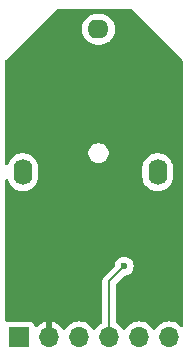
<source format=gbr>
%TF.GenerationSoftware,KiCad,Pcbnew,8.0.4*%
%TF.CreationDate,2024-08-04T00:04:10+10:00*%
%TF.ProjectId,EVQWKL001-breadboard,45565157-4b4c-4303-9031-2d6272656164,rev?*%
%TF.SameCoordinates,Original*%
%TF.FileFunction,Copper,L2,Bot*%
%TF.FilePolarity,Positive*%
%FSLAX46Y46*%
G04 Gerber Fmt 4.6, Leading zero omitted, Abs format (unit mm)*
G04 Created by KiCad (PCBNEW 8.0.4) date 2024-08-04 00:04:10*
%MOMM*%
%LPD*%
G01*
G04 APERTURE LIST*
%TA.AperFunction,ComponentPad*%
%ADD10O,1.600000X2.200000*%
%TD*%
%TA.AperFunction,ComponentPad*%
%ADD11O,1.800000X1.600000*%
%TD*%
%TA.AperFunction,ComponentPad*%
%ADD12R,1.700000X1.700000*%
%TD*%
%TA.AperFunction,ComponentPad*%
%ADD13O,1.700000X1.700000*%
%TD*%
%TA.AperFunction,ViaPad*%
%ADD14C,0.600000*%
%TD*%
%TA.AperFunction,Conductor*%
%ADD15C,0.130000*%
%TD*%
G04 APERTURE END LIST*
D10*
%TO.P,ENC1,GND*%
%TO.N,N/C*%
X80335000Y-55220000D03*
D11*
X86735000Y-43120000D03*
D10*
X91735000Y-55220000D03*
%TD*%
D12*
%TO.P,J1,1,Pin_1*%
%TO.N,+3.3V*%
X80010000Y-69215000D03*
D13*
%TO.P,J1,2,Pin_2*%
%TO.N,GND*%
X82550000Y-69215000D03*
%TO.P,J1,3,Pin_3*%
%TO.N,ENC_A*%
X85090000Y-69215000D03*
%TO.P,J1,4,Pin_4*%
%TO.N,ENC_B*%
X87630000Y-69215000D03*
%TO.P,J1,5,Pin_5*%
%TO.N,SW1*%
X90170000Y-69215000D03*
%TO.P,J1,6,Pin_6*%
%TO.N,SW2*%
X92710000Y-69215000D03*
%TD*%
D14*
%TO.N,ENC_B*%
X88900000Y-63180000D03*
%TD*%
D15*
%TO.N,ENC_B*%
X87630000Y-64450000D02*
X88900000Y-63180000D01*
X87630000Y-69215000D02*
X87630000Y-64450000D01*
%TD*%
%TA.AperFunction,Conductor*%
%TO.N,GND*%
G36*
X89509049Y-41395185D02*
G01*
X89529691Y-41411819D01*
X93843181Y-45725309D01*
X93876666Y-45786632D01*
X93879500Y-45812990D01*
X93879500Y-68175241D01*
X93859815Y-68242280D01*
X93807011Y-68288035D01*
X93737853Y-68297979D01*
X93674297Y-68268954D01*
X93667819Y-68262923D01*
X93647176Y-68242280D01*
X93581401Y-68176505D01*
X93581397Y-68176502D01*
X93581396Y-68176501D01*
X93387834Y-68040967D01*
X93387830Y-68040965D01*
X93347091Y-68021968D01*
X93173663Y-67941097D01*
X93173659Y-67941096D01*
X93173655Y-67941094D01*
X92945413Y-67879938D01*
X92945403Y-67879936D01*
X92710001Y-67859341D01*
X92709999Y-67859341D01*
X92474596Y-67879936D01*
X92474586Y-67879938D01*
X92246344Y-67941094D01*
X92246335Y-67941098D01*
X92032171Y-68040964D01*
X92032169Y-68040965D01*
X91838597Y-68176505D01*
X91671505Y-68343597D01*
X91541575Y-68529158D01*
X91486998Y-68572783D01*
X91417500Y-68579977D01*
X91355145Y-68548454D01*
X91338425Y-68529158D01*
X91208494Y-68343597D01*
X91041402Y-68176506D01*
X91041395Y-68176501D01*
X90847834Y-68040967D01*
X90847830Y-68040965D01*
X90807091Y-68021968D01*
X90633663Y-67941097D01*
X90633659Y-67941096D01*
X90633655Y-67941094D01*
X90405413Y-67879938D01*
X90405403Y-67879936D01*
X90170001Y-67859341D01*
X90169999Y-67859341D01*
X89934596Y-67879936D01*
X89934586Y-67879938D01*
X89706344Y-67941094D01*
X89706335Y-67941098D01*
X89492171Y-68040964D01*
X89492169Y-68040965D01*
X89298597Y-68176505D01*
X89131505Y-68343597D01*
X89001575Y-68529158D01*
X88946998Y-68572783D01*
X88877500Y-68579977D01*
X88815145Y-68548454D01*
X88798425Y-68529158D01*
X88668494Y-68343597D01*
X88501402Y-68176506D01*
X88501395Y-68176501D01*
X88307831Y-68040965D01*
X88307824Y-68040961D01*
X88267094Y-68021968D01*
X88214655Y-67975795D01*
X88195500Y-67909587D01*
X88195500Y-64735599D01*
X88215185Y-64668560D01*
X88231815Y-64647922D01*
X88862752Y-64016984D01*
X88924073Y-63983501D01*
X88936546Y-63981447D01*
X88961211Y-63978668D01*
X89079249Y-63965369D01*
X89079252Y-63965368D01*
X89079255Y-63965368D01*
X89249522Y-63905789D01*
X89402262Y-63809816D01*
X89529816Y-63682262D01*
X89625789Y-63529522D01*
X89685368Y-63359255D01*
X89685369Y-63359249D01*
X89705565Y-63180003D01*
X89705565Y-63179996D01*
X89685369Y-63000750D01*
X89685368Y-63000745D01*
X89625788Y-62830476D01*
X89529815Y-62677737D01*
X89402262Y-62550184D01*
X89249523Y-62454211D01*
X89079254Y-62394631D01*
X89079249Y-62394630D01*
X88900004Y-62374435D01*
X88899996Y-62374435D01*
X88720750Y-62394630D01*
X88720745Y-62394631D01*
X88550476Y-62454211D01*
X88397737Y-62550184D01*
X88270184Y-62677737D01*
X88174211Y-62830476D01*
X88114631Y-63000745D01*
X88114630Y-63000749D01*
X88098552Y-63143450D01*
X88071485Y-63207864D01*
X88063013Y-63217247D01*
X87282775Y-63997487D01*
X87177488Y-64102773D01*
X87177484Y-64102778D01*
X87103039Y-64231722D01*
X87103038Y-64231723D01*
X87083769Y-64303637D01*
X87064500Y-64375550D01*
X87064500Y-64375552D01*
X87064500Y-67909587D01*
X87044815Y-67976626D01*
X86992907Y-68021968D01*
X86952173Y-68040963D01*
X86952169Y-68040965D01*
X86758597Y-68176505D01*
X86591505Y-68343597D01*
X86461575Y-68529158D01*
X86406998Y-68572783D01*
X86337500Y-68579977D01*
X86275145Y-68548454D01*
X86258425Y-68529158D01*
X86128494Y-68343597D01*
X85961402Y-68176506D01*
X85961395Y-68176501D01*
X85767834Y-68040967D01*
X85767830Y-68040965D01*
X85727091Y-68021968D01*
X85553663Y-67941097D01*
X85553659Y-67941096D01*
X85553655Y-67941094D01*
X85325413Y-67879938D01*
X85325403Y-67879936D01*
X85090001Y-67859341D01*
X85089999Y-67859341D01*
X84854596Y-67879936D01*
X84854586Y-67879938D01*
X84626344Y-67941094D01*
X84626335Y-67941098D01*
X84412171Y-68040964D01*
X84412169Y-68040965D01*
X84218597Y-68176505D01*
X84051508Y-68343594D01*
X83921269Y-68529595D01*
X83866692Y-68573219D01*
X83797193Y-68580412D01*
X83734839Y-68548890D01*
X83718119Y-68529594D01*
X83588113Y-68343926D01*
X83588108Y-68343920D01*
X83421082Y-68176894D01*
X83227578Y-68041399D01*
X83013492Y-67941570D01*
X83013486Y-67941567D01*
X82800000Y-67884364D01*
X82800000Y-68781988D01*
X82742993Y-68749075D01*
X82615826Y-68715000D01*
X82484174Y-68715000D01*
X82357007Y-68749075D01*
X82300000Y-68781988D01*
X82300000Y-67884364D01*
X82299999Y-67884364D01*
X82086513Y-67941567D01*
X82086507Y-67941570D01*
X81872422Y-68041399D01*
X81872420Y-68041400D01*
X81678926Y-68176886D01*
X81556865Y-68298947D01*
X81495542Y-68332431D01*
X81425850Y-68327447D01*
X81369917Y-68285575D01*
X81353002Y-68254598D01*
X81303797Y-68122671D01*
X81303793Y-68122664D01*
X81217547Y-68007455D01*
X81217544Y-68007452D01*
X81102335Y-67921206D01*
X81102328Y-67921202D01*
X80967482Y-67870908D01*
X80967483Y-67870908D01*
X80907883Y-67864501D01*
X80907881Y-67864500D01*
X80907873Y-67864500D01*
X80907864Y-67864500D01*
X79112129Y-67864500D01*
X79112123Y-67864501D01*
X79052517Y-67870908D01*
X79007831Y-67887575D01*
X78938140Y-67892558D01*
X78876817Y-67859072D01*
X78843333Y-67797748D01*
X78840500Y-67771392D01*
X78840500Y-55911812D01*
X78860185Y-55844773D01*
X78912989Y-55799018D01*
X78982147Y-55789074D01*
X79045703Y-55818099D01*
X79082431Y-55873494D01*
X79129781Y-56019221D01*
X79222715Y-56201613D01*
X79343028Y-56367213D01*
X79487786Y-56511971D01*
X79642749Y-56624556D01*
X79653390Y-56632287D01*
X79769607Y-56691503D01*
X79835776Y-56725218D01*
X79835778Y-56725218D01*
X79835781Y-56725220D01*
X79940137Y-56759127D01*
X80030465Y-56788477D01*
X80131557Y-56804488D01*
X80232648Y-56820500D01*
X80232649Y-56820500D01*
X80437351Y-56820500D01*
X80437352Y-56820500D01*
X80639534Y-56788477D01*
X80834219Y-56725220D01*
X81016610Y-56632287D01*
X81109590Y-56564732D01*
X81182213Y-56511971D01*
X81182215Y-56511968D01*
X81182219Y-56511966D01*
X81326966Y-56367219D01*
X81326968Y-56367215D01*
X81326971Y-56367213D01*
X81379732Y-56294590D01*
X81447287Y-56201610D01*
X81540220Y-56019219D01*
X81603477Y-55824534D01*
X81635500Y-55622352D01*
X81635500Y-54817648D01*
X90434500Y-54817648D01*
X90434500Y-55622351D01*
X90466522Y-55824534D01*
X90529781Y-56019223D01*
X90622715Y-56201613D01*
X90743028Y-56367213D01*
X90887786Y-56511971D01*
X91042749Y-56624556D01*
X91053390Y-56632287D01*
X91169607Y-56691503D01*
X91235776Y-56725218D01*
X91235778Y-56725218D01*
X91235781Y-56725220D01*
X91340137Y-56759127D01*
X91430465Y-56788477D01*
X91531557Y-56804488D01*
X91632648Y-56820500D01*
X91632649Y-56820500D01*
X91837351Y-56820500D01*
X91837352Y-56820500D01*
X92039534Y-56788477D01*
X92234219Y-56725220D01*
X92416610Y-56632287D01*
X92509590Y-56564732D01*
X92582213Y-56511971D01*
X92582215Y-56511968D01*
X92582219Y-56511966D01*
X92726966Y-56367219D01*
X92726968Y-56367215D01*
X92726971Y-56367213D01*
X92779732Y-56294590D01*
X92847287Y-56201610D01*
X92940220Y-56019219D01*
X93003477Y-55824534D01*
X93035500Y-55622352D01*
X93035500Y-54817648D01*
X93003477Y-54615466D01*
X92940220Y-54420781D01*
X92940218Y-54420778D01*
X92940218Y-54420776D01*
X92906503Y-54354607D01*
X92847287Y-54238390D01*
X92839556Y-54227749D01*
X92726971Y-54072786D01*
X92582213Y-53928028D01*
X92416613Y-53807715D01*
X92416612Y-53807714D01*
X92416610Y-53807713D01*
X92359653Y-53778691D01*
X92234223Y-53714781D01*
X92039534Y-53651522D01*
X91864995Y-53623878D01*
X91837352Y-53619500D01*
X91632648Y-53619500D01*
X91608329Y-53623351D01*
X91430465Y-53651522D01*
X91235776Y-53714781D01*
X91053386Y-53807715D01*
X90887786Y-53928028D01*
X90743028Y-54072786D01*
X90622715Y-54238386D01*
X90529781Y-54420776D01*
X90466522Y-54615465D01*
X90434500Y-54817648D01*
X81635500Y-54817648D01*
X81603477Y-54615466D01*
X81540220Y-54420781D01*
X81540218Y-54420778D01*
X81540218Y-54420776D01*
X81506503Y-54354607D01*
X81447287Y-54238390D01*
X81439556Y-54227749D01*
X81326971Y-54072786D01*
X81182213Y-53928028D01*
X81016613Y-53807715D01*
X81016612Y-53807714D01*
X81016610Y-53807713D01*
X80959653Y-53778691D01*
X80834223Y-53714781D01*
X80639534Y-53651522D01*
X80464995Y-53623878D01*
X80437352Y-53619500D01*
X80232648Y-53619500D01*
X80208329Y-53623351D01*
X80030465Y-53651522D01*
X79835776Y-53714781D01*
X79653386Y-53807715D01*
X79487786Y-53928028D01*
X79343028Y-54072786D01*
X79222715Y-54238386D01*
X79129781Y-54420776D01*
X79082431Y-54566506D01*
X79042993Y-54624181D01*
X78978634Y-54651379D01*
X78909788Y-54639464D01*
X78858312Y-54592220D01*
X78840500Y-54528187D01*
X78840500Y-53535834D01*
X85880500Y-53535834D01*
X85880500Y-53704165D01*
X85913336Y-53869241D01*
X85913338Y-53869249D01*
X85977750Y-54024755D01*
X85977755Y-54024764D01*
X86071265Y-54164711D01*
X86071268Y-54164715D01*
X86190284Y-54283731D01*
X86190288Y-54283734D01*
X86330235Y-54377244D01*
X86330241Y-54377247D01*
X86330242Y-54377248D01*
X86485751Y-54441662D01*
X86650834Y-54474499D01*
X86650838Y-54474500D01*
X86650839Y-54474500D01*
X86819162Y-54474500D01*
X86819163Y-54474499D01*
X86984249Y-54441662D01*
X87139758Y-54377248D01*
X87279712Y-54283734D01*
X87398734Y-54164712D01*
X87492248Y-54024758D01*
X87556662Y-53869249D01*
X87589500Y-53704161D01*
X87589500Y-53535839D01*
X87556662Y-53370751D01*
X87492248Y-53215242D01*
X87492247Y-53215241D01*
X87492244Y-53215235D01*
X87398734Y-53075288D01*
X87398731Y-53075284D01*
X87279715Y-52956268D01*
X87279711Y-52956265D01*
X87139764Y-52862755D01*
X87139755Y-52862750D01*
X86984249Y-52798338D01*
X86984241Y-52798336D01*
X86819165Y-52765500D01*
X86819161Y-52765500D01*
X86650839Y-52765500D01*
X86650834Y-52765500D01*
X86485758Y-52798336D01*
X86485750Y-52798338D01*
X86330244Y-52862750D01*
X86330235Y-52862755D01*
X86190288Y-52956265D01*
X86190284Y-52956268D01*
X86071268Y-53075284D01*
X86071265Y-53075288D01*
X85977755Y-53215235D01*
X85977750Y-53215244D01*
X85913338Y-53370750D01*
X85913336Y-53370758D01*
X85880500Y-53535834D01*
X78840500Y-53535834D01*
X78840500Y-45812990D01*
X78860185Y-45745951D01*
X78876819Y-45725309D01*
X81584481Y-43017648D01*
X85334500Y-43017648D01*
X85334500Y-43222351D01*
X85366522Y-43424534D01*
X85429781Y-43619223D01*
X85522715Y-43801613D01*
X85643028Y-43967213D01*
X85787786Y-44111971D01*
X85942749Y-44224556D01*
X85953390Y-44232287D01*
X86069607Y-44291503D01*
X86135776Y-44325218D01*
X86135778Y-44325218D01*
X86135781Y-44325220D01*
X86240137Y-44359127D01*
X86330465Y-44388477D01*
X86431557Y-44404488D01*
X86532648Y-44420500D01*
X86532649Y-44420500D01*
X86937351Y-44420500D01*
X86937352Y-44420500D01*
X87139534Y-44388477D01*
X87334219Y-44325220D01*
X87516610Y-44232287D01*
X87609590Y-44164732D01*
X87682213Y-44111971D01*
X87682215Y-44111968D01*
X87682219Y-44111966D01*
X87826966Y-43967219D01*
X87826968Y-43967215D01*
X87826971Y-43967213D01*
X87879732Y-43894590D01*
X87947287Y-43801610D01*
X88040220Y-43619219D01*
X88103477Y-43424534D01*
X88135500Y-43222352D01*
X88135500Y-43017648D01*
X88103477Y-42815466D01*
X88040220Y-42620781D01*
X88040218Y-42620778D01*
X88040218Y-42620776D01*
X88006503Y-42554607D01*
X87947287Y-42438390D01*
X87939556Y-42427749D01*
X87826971Y-42272786D01*
X87682213Y-42128028D01*
X87516613Y-42007715D01*
X87516612Y-42007714D01*
X87516610Y-42007713D01*
X87459653Y-41978691D01*
X87334223Y-41914781D01*
X87139534Y-41851522D01*
X86964995Y-41823878D01*
X86937352Y-41819500D01*
X86532648Y-41819500D01*
X86508329Y-41823351D01*
X86330465Y-41851522D01*
X86135776Y-41914781D01*
X85953386Y-42007715D01*
X85787786Y-42128028D01*
X85643028Y-42272786D01*
X85522715Y-42438386D01*
X85429781Y-42620776D01*
X85366522Y-42815465D01*
X85334500Y-43017648D01*
X81584481Y-43017648D01*
X83190310Y-41411819D01*
X83251633Y-41378334D01*
X83277991Y-41375500D01*
X89442010Y-41375500D01*
X89509049Y-41395185D01*
G37*
%TD.AperFunction*%
%TD*%
M02*

</source>
